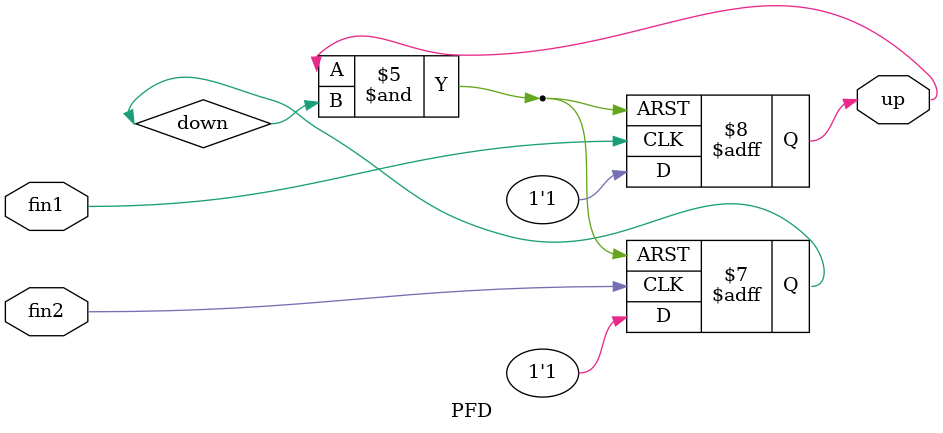
<source format=sv>
module frequency_meter (
    input wire sys_rstn,  // 系统复位
    input wire clk_ref,  // 参考时钟 10MHz
    input wire clk_meas,  // 待测时钟
    output reg [31:0] ref_out,
    output reg [31:0] meas_out,
    output wire start_pos_ext,
    output wire start_neg_ext,
    output gate_pos_de,
    output gate_neg_de
);

  reg  [31:0] counter_ref;  // 参考时钟计数器
  reg  [31:0] counter_meas;  // 待测时钟计数器
  reg         gate;  // 闸门信号
  reg         gate_real;  // 真实闸门信号
  reg  [31:0] gate_counter;  // 闸门计数器
  reg  [ 3:0] state;  // 状态机状态
  reg  [ 3:0] state_count;
  wire        gate_edge;
  assign gate_edge = gate_real;

  // 闸门生成
  always @(posedge clk_ref) begin
    if (gate_counter <= 100_000) begin
      gate_counter <= gate_counter + 1;
      gate <= 1;  // 打开闸门
    end else if (gate_counter > 100_000 && gate_counter <= 150_000) begin
      gate_counter <= gate_counter + 1;
      gate <= 0;  // 关闭闸门
    end else begin
      gate_counter <= 0;
      gate <= 0;  // 关闭闸门
    end
  end

  // 根据待测信号产生真实闸门
  always @(posedge clk_meas) begin
    if (gate) begin
      gate_real <= 1;
    end else begin
      gate_real <= 0;
    end
  end

  // 在真实闸门打开的情况下，对待测时钟和参考时钟计数
  always @(posedge clk_meas) begin
    if (gate_real) begin
      counter_meas <= counter_meas + 1;
    end else begin
      counter_meas <= 0;
    end
  end
  always @(negedge gate_edge) begin
    meas_out <= counter_meas;
  end

  always @(posedge clk_ref) begin
    if (gate_real) begin
      counter_ref <= counter_ref + 1;
    end else begin
      counter_ref <= 0;
    end
  end
  always @(negedge gate_edge) begin
    ref_out <= counter_ref;
  end

  //状态变换
  //   always @(posedge clk_ref or negedge gate_edge or posedge gate_edge) begin
  //     //初始化状态
  //     if (sys_rstn == 0) begin
  //       state <= 0;
  //       state_count <= 0;
  //       start_ext <= 0;
  //       stop_ext <= 0;
  //       counter_ref <= 0;
  //       counter_meas <= 0;
  //     end else begin
  //       if (state == 0 && gate_edge) begin
  //         start_ext <= 1;
  //         stop_ext <= 0;
  //         state <= 1;  //转移状态
  //       end
  //       if (state == 1 && state_count < 4) begin
  //         state_count <= state_count + 1;
  //       end
  //       if (state == 1 && state_count == 4) begin
  //         state_count <= 0;
  //         state <= 2;
  //         start_ext <= 0;
  //         stop_ext <= 1;
  //       end
  //       if (state == 2 && state_count < 4) begin
  //         state_count <= state_count + 1;
  //       end
  //       if (state == 2 && state_count == 4) begin
  //         state_count <= 0;
  //         state <= 3;
  //         start_ext <= 0;
  //         stop_ext <= 0;
  //       end
  //       if (state == 3 && ~gate_edge) begin
  //       start_ext <= 1;
  //       stop_ext <= 0;
  //       state <= 4;
  //     end
  // if (state == 4 && state_count < 4) begin
  //       state_count <= state_count + 1;
  //     end
  //     if (state == 4 && state_count == 4) begin
  //       state_count <= 0;
  //       state <= 5;
  //       start_ext <= 0;
  //       stop_ext <= 1;
  //     end
  //     if (state == 5 && state_count < 4) begin
  //       state_count <= state_count + 1;
  //     end
  //     if (state == 5 && state_count == 4) begin
  //       state_count <= 0;
  //       state <= 0;
  //       start_ext <= 0;
  //       stop_ext <= 0;
  //     end
  //     end
  //   end

  reg gate_prev, gate_now, gate_neg_de, gate_pos_de;
  reg [4:0] state_gate, state_count_gate;
  always @(posedge clk_ref) begin
    if (sys_rstn == 0) begin
      gate_prev <= 0;
      gate_now <= 0;
      gate_pos_de <= 0;
      gate_neg_de <= 0;
      state_gate <= 0;
      state_count_gate <= 0;
    end
    gate_prev <= gate_now;
    gate_now  <= gate_real;
    if (gate_prev == 0 && gate_now == 1) begin
      state_gate  <= 1;
    end else if (gate_prev == 1 && gate_now == 0) begin
      state_gate  <= 2;
    end
    if (state_gate == 1 && state_count_gate < 4) begin
      state_count_gate <= state_count_gate + 1;
    end
    if (state_gate == 1 && state_count_gate == 4) begin
      state_count_gate <= 0;
      state_gate <= 3;
      gate_pos_de <= 1;
    end
    if (state_gate == 3 && state_count_gate < 4) begin
      state_count_gate <= state_count_gate + 1;
    end
    if (state_gate == 3 && state_count_gate == 4) begin
      state_count_gate <= 0;
      state_gate <= 0;
      gate_pos_de <= 0;
    end
    if (state_gate == 2 && state_count_gate < 4) begin
      state_count_gate <= state_count_gate + 1;
    end
    if (state_gate == 2 && state_count_gate == 4) begin
      state_count_gate <= 0;
      state_gate <= 4;
      gate_neg_de <= 1;
    end
    if (state_gate == 4 && state_count_gate < 4) begin
      state_count_gate <= state_count_gate + 1;
    end
    if (state_gate == 4 && state_count_gate == 4) begin
      state_count_gate <= 0;
      state_gate <= 0;
      gate_neg_de <= 0;
    end
  end

PFD pfd1(~gate_real,gate_neg_de,start_neg_ext);
PFD pfd2(gate_real,gate_pos_de,start_pos_ext);

endmodule


module PFD (
    fin1,
    fin2,
    up
);
  input fin1, fin2;
  output up;
  wire reset;
  reg up, down;
  always @(posedge fin1 or negedge reset) begin  //实现D触发器的功能
    if (reset == 0) begin
      up = 0;
    end else begin
      up <= 1;
    end
  end

  always @(posedge fin2 or negedge reset) begin  //实现D触发器的功能
    if (reset == 0) begin
      down <= 0;
    end else begin
      down <= 1;
    end
  end

  assign reset = ~(up & down);
endmodule

</source>
